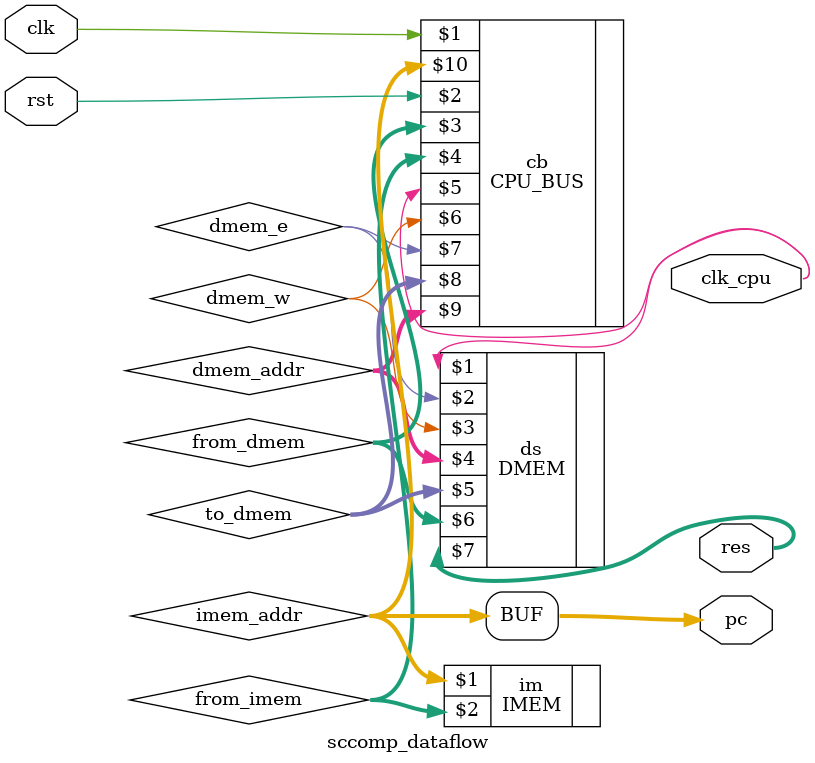
<source format=v>
`timescale 1ns / 1ps

module sccomp_dataflow(
    input clk,
    input rst,
    
    output clk_cpu,
    output [31:0]pc,
    output [31:0]res
    );
    wire [31:0]from_dmem,to_dmem,from_imem,dmem_addr,imem_addr;
    wire dmem_e,dmem_w;
    assign pc=imem_addr;
    IMEM im(imem_addr,from_imem);
    CPU_BUS cb(clk,rst,from_dmem,from_imem,clk_cpu,dmem_w,dmem_e,to_dmem,dmem_addr,imem_addr);
    DMEM ds(clk_cpu,dmem_e,dmem_w,dmem_addr,to_dmem,from_dmem,res);
endmodule

</source>
